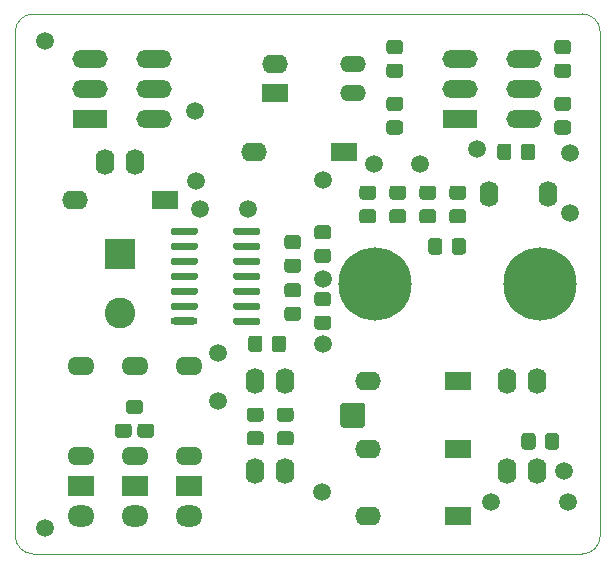
<source format=gbr>
%TF.GenerationSoftware,KiCad,Pcbnew,5.1.12-84ad8e8a86~92~ubuntu20.04.1*%
%TF.CreationDate,2022-07-02T20:29:17-03:00*%
%TF.ProjectId,ppl-01,70706c2d-3031-42e6-9b69-6361645f7063,01.1.1*%
%TF.SameCoordinates,Original*%
%TF.FileFunction,Soldermask,Bot*%
%TF.FilePolarity,Negative*%
%FSLAX46Y46*%
G04 Gerber Fmt 4.6, Leading zero omitted, Abs format (unit mm)*
G04 Created by KiCad (PCBNEW 5.1.12-84ad8e8a86~92~ubuntu20.04.1) date 2022-07-02 20:29:17*
%MOMM*%
%LPD*%
G01*
G04 APERTURE LIST*
%TA.AperFunction,Profile*%
%ADD10C,0.100000*%
%TD*%
%ADD11C,1.500000*%
%ADD12C,6.200000*%
%ADD13O,1.600000X2.200000*%
%ADD14O,2.200000X1.400000*%
%ADD15O,2.300000X1.800000*%
%ADD16R,2.300000X1.800000*%
%ADD17R,2.600000X2.600000*%
%ADD18C,2.600000*%
%ADD19O,3.000000X1.500000*%
%ADD20R,3.000000X1.500000*%
%ADD21O,2.300000X1.600000*%
%ADD22O,2.300000X0.600000*%
%ADD23R,2.200000X1.600000*%
%ADD24O,2.200000X1.600000*%
G04 APERTURE END LIST*
D10*
X173736000Y-72390000D02*
G75*
G02*
X175260000Y-73914000I0J-1524000D01*
G01*
X175260000Y-116586000D02*
G75*
G02*
X173736000Y-118110000I-1524000J0D01*
G01*
X175260000Y-116586000D02*
X175260000Y-73914000D01*
X125730000Y-73914000D02*
G75*
G02*
X127254000Y-72390000I1524000J0D01*
G01*
X127254000Y-118110000D02*
G75*
G02*
X125730000Y-116586000I0J1524000D01*
G01*
X125730000Y-116586000D02*
X125730000Y-73914000D01*
X173736000Y-118110000D02*
X127254000Y-118110000D01*
X127254000Y-72390000D02*
X173736000Y-72390000D01*
D11*
%TO.C,Guia2*%
X164846000Y-83820000D03*
%TD*%
%TO.C,Guia3*%
X128270000Y-115951000D03*
%TD*%
%TO.C,Guia1*%
X128270000Y-74676000D03*
%TD*%
%TO.C,Guia4*%
X172212000Y-111125000D03*
%TD*%
D12*
%TO.C,PP1*%
X156210000Y-95250000D03*
X170180000Y-95250000D03*
%TD*%
D13*
%TO.C,C2*%
X165862000Y-87630000D03*
X170862000Y-87630000D03*
%TD*%
%TO.C,C6*%
X146059000Y-103505000D03*
X148559000Y-103505000D03*
%TD*%
%TO.C,C3*%
X169866000Y-103505000D03*
X167366000Y-103505000D03*
%TD*%
%TO.C,C1*%
X133370000Y-84963000D03*
X135870000Y-84963000D03*
%TD*%
D14*
%TO.C,C7*%
X154305000Y-79121000D03*
X154305000Y-76621000D03*
%TD*%
D13*
%TO.C,C8*%
X146059000Y-111125000D03*
X148559000Y-111125000D03*
%TD*%
%TO.C,C5*%
X169866000Y-111125000D03*
X167366000Y-111125000D03*
%TD*%
D15*
%TO.C,D7*%
X131318000Y-114935000D03*
D16*
X131318000Y-112395000D03*
%TD*%
%TO.C,R3*%
G36*
G01*
X155124999Y-86935000D02*
X156025001Y-86935000D01*
G75*
G02*
X156275000Y-87184999I0J-249999D01*
G01*
X156275000Y-87885001D01*
G75*
G02*
X156025001Y-88135000I-249999J0D01*
G01*
X155124999Y-88135000D01*
G75*
G02*
X154875000Y-87885001I0J249999D01*
G01*
X154875000Y-87184999D01*
G75*
G02*
X155124999Y-86935000I249999J0D01*
G01*
G37*
G36*
G01*
X155124999Y-88935000D02*
X156025001Y-88935000D01*
G75*
G02*
X156275000Y-89184999I0J-249999D01*
G01*
X156275000Y-89885001D01*
G75*
G02*
X156025001Y-90135000I-249999J0D01*
G01*
X155124999Y-90135000D01*
G75*
G02*
X154875000Y-89885001I0J249999D01*
G01*
X154875000Y-89184999D01*
G75*
G02*
X155124999Y-88935000I249999J0D01*
G01*
G37*
%TD*%
%TO.C,R1*%
G36*
G01*
X149675001Y-98390000D02*
X148774999Y-98390000D01*
G75*
G02*
X148525000Y-98140001I0J249999D01*
G01*
X148525000Y-97439999D01*
G75*
G02*
X148774999Y-97190000I249999J0D01*
G01*
X149675001Y-97190000D01*
G75*
G02*
X149925000Y-97439999I0J-249999D01*
G01*
X149925000Y-98140001D01*
G75*
G02*
X149675001Y-98390000I-249999J0D01*
G01*
G37*
G36*
G01*
X149675001Y-96390000D02*
X148774999Y-96390000D01*
G75*
G02*
X148525000Y-96140001I0J249999D01*
G01*
X148525000Y-95439999D01*
G75*
G02*
X148774999Y-95190000I249999J0D01*
G01*
X149675001Y-95190000D01*
G75*
G02*
X149925000Y-95439999I0J-249999D01*
G01*
X149925000Y-96140001D01*
G75*
G02*
X149675001Y-96390000I-249999J0D01*
G01*
G37*
%TD*%
%TO.C,R5*%
G36*
G01*
X149675001Y-94310000D02*
X148774999Y-94310000D01*
G75*
G02*
X148525000Y-94060001I0J249999D01*
G01*
X148525000Y-93359999D01*
G75*
G02*
X148774999Y-93110000I249999J0D01*
G01*
X149675001Y-93110000D01*
G75*
G02*
X149925000Y-93359999I0J-249999D01*
G01*
X149925000Y-94060001D01*
G75*
G02*
X149675001Y-94310000I-249999J0D01*
G01*
G37*
G36*
G01*
X149675001Y-92310000D02*
X148774999Y-92310000D01*
G75*
G02*
X148525000Y-92060001I0J249999D01*
G01*
X148525000Y-91359999D01*
G75*
G02*
X148774999Y-91110000I249999J0D01*
G01*
X149675001Y-91110000D01*
G75*
G02*
X149925000Y-91359999I0J-249999D01*
G01*
X149925000Y-92060001D01*
G75*
G02*
X149675001Y-92310000I-249999J0D01*
G01*
G37*
%TD*%
D17*
%TO.C,J1*%
X134620000Y-92710000D03*
D18*
X134620000Y-97710000D03*
%TD*%
D19*
%TO.C,SW1*%
X137464800Y-81280000D03*
X137464800Y-78740000D03*
X137464800Y-76200000D03*
X132080000Y-76200000D03*
X132080000Y-78740000D03*
D20*
X132080000Y-81280000D03*
%TD*%
D21*
%TO.C,R16*%
X140462000Y-109855000D03*
X140462000Y-102235000D03*
%TD*%
%TO.C,R15*%
X131318000Y-109855000D03*
X131318000Y-102235000D03*
%TD*%
D19*
%TO.C,SW2*%
X168783000Y-81280000D03*
X168783000Y-78740000D03*
X168783000Y-76200000D03*
X163398200Y-76200000D03*
X163398200Y-78740000D03*
D20*
X163398200Y-81280000D03*
%TD*%
D22*
%TO.C,U1*%
X140030000Y-98425000D03*
G36*
G01*
X138880000Y-97305000D02*
X138880000Y-97005000D01*
G75*
G02*
X139030000Y-96855000I150000J0D01*
G01*
X141030000Y-96855000D01*
G75*
G02*
X141180000Y-97005000I0J-150000D01*
G01*
X141180000Y-97305000D01*
G75*
G02*
X141030000Y-97455000I-150000J0D01*
G01*
X139030000Y-97455000D01*
G75*
G02*
X138880000Y-97305000I0J150000D01*
G01*
G37*
G36*
G01*
X138880000Y-96035000D02*
X138880000Y-95735000D01*
G75*
G02*
X139030000Y-95585000I150000J0D01*
G01*
X141030000Y-95585000D01*
G75*
G02*
X141180000Y-95735000I0J-150000D01*
G01*
X141180000Y-96035000D01*
G75*
G02*
X141030000Y-96185000I-150000J0D01*
G01*
X139030000Y-96185000D01*
G75*
G02*
X138880000Y-96035000I0J150000D01*
G01*
G37*
G36*
G01*
X138880000Y-94765000D02*
X138880000Y-94465000D01*
G75*
G02*
X139030000Y-94315000I150000J0D01*
G01*
X141030000Y-94315000D01*
G75*
G02*
X141180000Y-94465000I0J-150000D01*
G01*
X141180000Y-94765000D01*
G75*
G02*
X141030000Y-94915000I-150000J0D01*
G01*
X139030000Y-94915000D01*
G75*
G02*
X138880000Y-94765000I0J150000D01*
G01*
G37*
G36*
G01*
X138880000Y-93495000D02*
X138880000Y-93195000D01*
G75*
G02*
X139030000Y-93045000I150000J0D01*
G01*
X141030000Y-93045000D01*
G75*
G02*
X141180000Y-93195000I0J-150000D01*
G01*
X141180000Y-93495000D01*
G75*
G02*
X141030000Y-93645000I-150000J0D01*
G01*
X139030000Y-93645000D01*
G75*
G02*
X138880000Y-93495000I0J150000D01*
G01*
G37*
G36*
G01*
X138880000Y-92225000D02*
X138880000Y-91925000D01*
G75*
G02*
X139030000Y-91775000I150000J0D01*
G01*
X141030000Y-91775000D01*
G75*
G02*
X141180000Y-91925000I0J-150000D01*
G01*
X141180000Y-92225000D01*
G75*
G02*
X141030000Y-92375000I-150000J0D01*
G01*
X139030000Y-92375000D01*
G75*
G02*
X138880000Y-92225000I0J150000D01*
G01*
G37*
G36*
G01*
X138880000Y-90955000D02*
X138880000Y-90655000D01*
G75*
G02*
X139030000Y-90505000I150000J0D01*
G01*
X141030000Y-90505000D01*
G75*
G02*
X141180000Y-90655000I0J-150000D01*
G01*
X141180000Y-90955000D01*
G75*
G02*
X141030000Y-91105000I-150000J0D01*
G01*
X139030000Y-91105000D01*
G75*
G02*
X138880000Y-90955000I0J150000D01*
G01*
G37*
G36*
G01*
X144180000Y-90955000D02*
X144180000Y-90655000D01*
G75*
G02*
X144330000Y-90505000I150000J0D01*
G01*
X146330000Y-90505000D01*
G75*
G02*
X146480000Y-90655000I0J-150000D01*
G01*
X146480000Y-90955000D01*
G75*
G02*
X146330000Y-91105000I-150000J0D01*
G01*
X144330000Y-91105000D01*
G75*
G02*
X144180000Y-90955000I0J150000D01*
G01*
G37*
G36*
G01*
X144180000Y-92225000D02*
X144180000Y-91925000D01*
G75*
G02*
X144330000Y-91775000I150000J0D01*
G01*
X146330000Y-91775000D01*
G75*
G02*
X146480000Y-91925000I0J-150000D01*
G01*
X146480000Y-92225000D01*
G75*
G02*
X146330000Y-92375000I-150000J0D01*
G01*
X144330000Y-92375000D01*
G75*
G02*
X144180000Y-92225000I0J150000D01*
G01*
G37*
G36*
G01*
X144180000Y-93495000D02*
X144180000Y-93195000D01*
G75*
G02*
X144330000Y-93045000I150000J0D01*
G01*
X146330000Y-93045000D01*
G75*
G02*
X146480000Y-93195000I0J-150000D01*
G01*
X146480000Y-93495000D01*
G75*
G02*
X146330000Y-93645000I-150000J0D01*
G01*
X144330000Y-93645000D01*
G75*
G02*
X144180000Y-93495000I0J150000D01*
G01*
G37*
G36*
G01*
X144180000Y-94765000D02*
X144180000Y-94465000D01*
G75*
G02*
X144330000Y-94315000I150000J0D01*
G01*
X146330000Y-94315000D01*
G75*
G02*
X146480000Y-94465000I0J-150000D01*
G01*
X146480000Y-94765000D01*
G75*
G02*
X146330000Y-94915000I-150000J0D01*
G01*
X144330000Y-94915000D01*
G75*
G02*
X144180000Y-94765000I0J150000D01*
G01*
G37*
G36*
G01*
X144180000Y-96035000D02*
X144180000Y-95735000D01*
G75*
G02*
X144330000Y-95585000I150000J0D01*
G01*
X146330000Y-95585000D01*
G75*
G02*
X146480000Y-95735000I0J-150000D01*
G01*
X146480000Y-96035000D01*
G75*
G02*
X146330000Y-96185000I-150000J0D01*
G01*
X144330000Y-96185000D01*
G75*
G02*
X144180000Y-96035000I0J150000D01*
G01*
G37*
G36*
G01*
X144180000Y-97305000D02*
X144180000Y-97005000D01*
G75*
G02*
X144330000Y-96855000I150000J0D01*
G01*
X146330000Y-96855000D01*
G75*
G02*
X146480000Y-97005000I0J-150000D01*
G01*
X146480000Y-97305000D01*
G75*
G02*
X146330000Y-97455000I-150000J0D01*
G01*
X144330000Y-97455000D01*
G75*
G02*
X144180000Y-97305000I0J150000D01*
G01*
G37*
G36*
G01*
X144180000Y-98575000D02*
X144180000Y-98275000D01*
G75*
G02*
X144330000Y-98125000I150000J0D01*
G01*
X146330000Y-98125000D01*
G75*
G02*
X146480000Y-98275000I0J-150000D01*
G01*
X146480000Y-98575000D01*
G75*
G02*
X146330000Y-98725000I-150000J0D01*
G01*
X144330000Y-98725000D01*
G75*
G02*
X144180000Y-98575000I0J150000D01*
G01*
G37*
%TD*%
%TO.C,TP1*%
G36*
G01*
X153255000Y-107175300D02*
X153255000Y-105575100D01*
G75*
G02*
X153504900Y-105325200I249900J0D01*
G01*
X155105100Y-105325200D01*
G75*
G02*
X155355000Y-105575100I0J-249900D01*
G01*
X155355000Y-107175300D01*
G75*
G02*
X155105100Y-107425200I-249900J0D01*
G01*
X153504900Y-107425200D01*
G75*
G02*
X153255000Y-107175300I0J249900D01*
G01*
G37*
%TD*%
%TO.C,R21*%
G36*
G01*
X172535001Y-77800000D02*
X171634999Y-77800000D01*
G75*
G02*
X171385000Y-77550001I0J249999D01*
G01*
X171385000Y-76849999D01*
G75*
G02*
X171634999Y-76600000I249999J0D01*
G01*
X172535001Y-76600000D01*
G75*
G02*
X172785000Y-76849999I0J-249999D01*
G01*
X172785000Y-77550001D01*
G75*
G02*
X172535001Y-77800000I-249999J0D01*
G01*
G37*
G36*
G01*
X172535001Y-75800000D02*
X171634999Y-75800000D01*
G75*
G02*
X171385000Y-75550001I0J249999D01*
G01*
X171385000Y-74849999D01*
G75*
G02*
X171634999Y-74600000I249999J0D01*
G01*
X172535001Y-74600000D01*
G75*
G02*
X172785000Y-74849999I0J-249999D01*
G01*
X172785000Y-75550001D01*
G75*
G02*
X172535001Y-75800000I-249999J0D01*
G01*
G37*
%TD*%
%TO.C,R20*%
G36*
G01*
X149040001Y-108931000D02*
X148139999Y-108931000D01*
G75*
G02*
X147890000Y-108681001I0J249999D01*
G01*
X147890000Y-107980999D01*
G75*
G02*
X148139999Y-107731000I249999J0D01*
G01*
X149040001Y-107731000D01*
G75*
G02*
X149290000Y-107980999I0J-249999D01*
G01*
X149290000Y-108681001D01*
G75*
G02*
X149040001Y-108931000I-249999J0D01*
G01*
G37*
G36*
G01*
X149040001Y-106931000D02*
X148139999Y-106931000D01*
G75*
G02*
X147890000Y-106681001I0J249999D01*
G01*
X147890000Y-105980999D01*
G75*
G02*
X148139999Y-105731000I249999J0D01*
G01*
X149040001Y-105731000D01*
G75*
G02*
X149290000Y-105980999I0J-249999D01*
G01*
X149290000Y-106681001D01*
G75*
G02*
X149040001Y-106931000I-249999J0D01*
G01*
G37*
%TD*%
%TO.C,R19*%
G36*
G01*
X172535001Y-82610000D02*
X171634999Y-82610000D01*
G75*
G02*
X171385000Y-82360001I0J249999D01*
G01*
X171385000Y-81659999D01*
G75*
G02*
X171634999Y-81410000I249999J0D01*
G01*
X172535001Y-81410000D01*
G75*
G02*
X172785000Y-81659999I0J-249999D01*
G01*
X172785000Y-82360001D01*
G75*
G02*
X172535001Y-82610000I-249999J0D01*
G01*
G37*
G36*
G01*
X172535001Y-80610000D02*
X171634999Y-80610000D01*
G75*
G02*
X171385000Y-80360001I0J249999D01*
G01*
X171385000Y-79659999D01*
G75*
G02*
X171634999Y-79410000I249999J0D01*
G01*
X172535001Y-79410000D01*
G75*
G02*
X172785000Y-79659999I0J-249999D01*
G01*
X172785000Y-80360001D01*
G75*
G02*
X172535001Y-80610000I-249999J0D01*
G01*
G37*
%TD*%
%TO.C,R18*%
G36*
G01*
X166545000Y-84524001D02*
X166545000Y-83623999D01*
G75*
G02*
X166794999Y-83374000I249999J0D01*
G01*
X167495001Y-83374000D01*
G75*
G02*
X167745000Y-83623999I0J-249999D01*
G01*
X167745000Y-84524001D01*
G75*
G02*
X167495001Y-84774000I-249999J0D01*
G01*
X166794999Y-84774000D01*
G75*
G02*
X166545000Y-84524001I0J249999D01*
G01*
G37*
G36*
G01*
X168545000Y-84524001D02*
X168545000Y-83623999D01*
G75*
G02*
X168794999Y-83374000I249999J0D01*
G01*
X169495001Y-83374000D01*
G75*
G02*
X169745000Y-83623999I0J-249999D01*
G01*
X169745000Y-84524001D01*
G75*
G02*
X169495001Y-84774000I-249999J0D01*
G01*
X168794999Y-84774000D01*
G75*
G02*
X168545000Y-84524001I0J249999D01*
G01*
G37*
%TD*%
%TO.C,R17*%
G36*
G01*
X158311001Y-75800000D02*
X157410999Y-75800000D01*
G75*
G02*
X157161000Y-75550001I0J249999D01*
G01*
X157161000Y-74849999D01*
G75*
G02*
X157410999Y-74600000I249999J0D01*
G01*
X158311001Y-74600000D01*
G75*
G02*
X158561000Y-74849999I0J-249999D01*
G01*
X158561000Y-75550001D01*
G75*
G02*
X158311001Y-75800000I-249999J0D01*
G01*
G37*
G36*
G01*
X158311001Y-77800000D02*
X157410999Y-77800000D01*
G75*
G02*
X157161000Y-77550001I0J249999D01*
G01*
X157161000Y-76849999D01*
G75*
G02*
X157410999Y-76600000I249999J0D01*
G01*
X158311001Y-76600000D01*
G75*
G02*
X158561000Y-76849999I0J-249999D01*
G01*
X158561000Y-77550001D01*
G75*
G02*
X158311001Y-77800000I-249999J0D01*
G01*
G37*
%TD*%
%TO.C,R14*%
G36*
G01*
X145599999Y-105731000D02*
X146500001Y-105731000D01*
G75*
G02*
X146750000Y-105980999I0J-249999D01*
G01*
X146750000Y-106681001D01*
G75*
G02*
X146500001Y-106931000I-249999J0D01*
G01*
X145599999Y-106931000D01*
G75*
G02*
X145350000Y-106681001I0J249999D01*
G01*
X145350000Y-105980999D01*
G75*
G02*
X145599999Y-105731000I249999J0D01*
G01*
G37*
G36*
G01*
X145599999Y-107731000D02*
X146500001Y-107731000D01*
G75*
G02*
X146750000Y-107980999I0J-249999D01*
G01*
X146750000Y-108681001D01*
G75*
G02*
X146500001Y-108931000I-249999J0D01*
G01*
X145599999Y-108931000D01*
G75*
G02*
X145350000Y-108681001I0J249999D01*
G01*
X145350000Y-107980999D01*
G75*
G02*
X145599999Y-107731000I249999J0D01*
G01*
G37*
%TD*%
%TO.C,R13*%
G36*
G01*
X158311001Y-80610000D02*
X157410999Y-80610000D01*
G75*
G02*
X157161000Y-80360001I0J249999D01*
G01*
X157161000Y-79659999D01*
G75*
G02*
X157410999Y-79410000I249999J0D01*
G01*
X158311001Y-79410000D01*
G75*
G02*
X158561000Y-79659999I0J-249999D01*
G01*
X158561000Y-80360001D01*
G75*
G02*
X158311001Y-80610000I-249999J0D01*
G01*
G37*
G36*
G01*
X158311001Y-82610000D02*
X157410999Y-82610000D01*
G75*
G02*
X157161000Y-82360001I0J249999D01*
G01*
X157161000Y-81659999D01*
G75*
G02*
X157410999Y-81410000I249999J0D01*
G01*
X158311001Y-81410000D01*
G75*
G02*
X158561000Y-81659999I0J-249999D01*
G01*
X158561000Y-82360001D01*
G75*
G02*
X158311001Y-82610000I-249999J0D01*
G01*
G37*
%TD*%
%TO.C,R12*%
G36*
G01*
X171780000Y-108134999D02*
X171780000Y-109035001D01*
G75*
G02*
X171530001Y-109285000I-249999J0D01*
G01*
X170829999Y-109285000D01*
G75*
G02*
X170580000Y-109035001I0J249999D01*
G01*
X170580000Y-108134999D01*
G75*
G02*
X170829999Y-107885000I249999J0D01*
G01*
X171530001Y-107885000D01*
G75*
G02*
X171780000Y-108134999I0J-249999D01*
G01*
G37*
G36*
G01*
X169780000Y-108134999D02*
X169780000Y-109035001D01*
G75*
G02*
X169530001Y-109285000I-249999J0D01*
G01*
X168829999Y-109285000D01*
G75*
G02*
X168580000Y-109035001I0J249999D01*
G01*
X168580000Y-108134999D01*
G75*
G02*
X168829999Y-107885000I249999J0D01*
G01*
X169530001Y-107885000D01*
G75*
G02*
X169780000Y-108134999I0J-249999D01*
G01*
G37*
%TD*%
D21*
%TO.C,R11*%
X135890000Y-102235000D03*
X135890000Y-109855000D03*
%TD*%
%TO.C,R10*%
G36*
G01*
X152215001Y-99136000D02*
X151314999Y-99136000D01*
G75*
G02*
X151065000Y-98886001I0J249999D01*
G01*
X151065000Y-98185999D01*
G75*
G02*
X151314999Y-97936000I249999J0D01*
G01*
X152215001Y-97936000D01*
G75*
G02*
X152465000Y-98185999I0J-249999D01*
G01*
X152465000Y-98886001D01*
G75*
G02*
X152215001Y-99136000I-249999J0D01*
G01*
G37*
G36*
G01*
X152215001Y-97136000D02*
X151314999Y-97136000D01*
G75*
G02*
X151065000Y-96886001I0J249999D01*
G01*
X151065000Y-96185999D01*
G75*
G02*
X151314999Y-95936000I249999J0D01*
G01*
X152215001Y-95936000D01*
G75*
G02*
X152465000Y-96185999I0J-249999D01*
G01*
X152465000Y-96886001D01*
G75*
G02*
X152215001Y-97136000I-249999J0D01*
G01*
G37*
%TD*%
%TO.C,R9*%
G36*
G01*
X160695000Y-92525001D02*
X160695000Y-91624999D01*
G75*
G02*
X160944999Y-91375000I249999J0D01*
G01*
X161645001Y-91375000D01*
G75*
G02*
X161895000Y-91624999I0J-249999D01*
G01*
X161895000Y-92525001D01*
G75*
G02*
X161645001Y-92775000I-249999J0D01*
G01*
X160944999Y-92775000D01*
G75*
G02*
X160695000Y-92525001I0J249999D01*
G01*
G37*
G36*
G01*
X162695000Y-92525001D02*
X162695000Y-91624999D01*
G75*
G02*
X162944999Y-91375000I249999J0D01*
G01*
X163645001Y-91375000D01*
G75*
G02*
X163895000Y-91624999I0J-249999D01*
G01*
X163895000Y-92525001D01*
G75*
G02*
X163645001Y-92775000I-249999J0D01*
G01*
X162944999Y-92775000D01*
G75*
G02*
X162695000Y-92525001I0J249999D01*
G01*
G37*
%TD*%
%TO.C,R8*%
G36*
G01*
X158565001Y-90135000D02*
X157664999Y-90135000D01*
G75*
G02*
X157415000Y-89885001I0J249999D01*
G01*
X157415000Y-89184999D01*
G75*
G02*
X157664999Y-88935000I249999J0D01*
G01*
X158565001Y-88935000D01*
G75*
G02*
X158815000Y-89184999I0J-249999D01*
G01*
X158815000Y-89885001D01*
G75*
G02*
X158565001Y-90135000I-249999J0D01*
G01*
G37*
G36*
G01*
X158565001Y-88135000D02*
X157664999Y-88135000D01*
G75*
G02*
X157415000Y-87885001I0J249999D01*
G01*
X157415000Y-87184999D01*
G75*
G02*
X157664999Y-86935000I249999J0D01*
G01*
X158565001Y-86935000D01*
G75*
G02*
X158815000Y-87184999I0J-249999D01*
G01*
X158815000Y-87885001D01*
G75*
G02*
X158565001Y-88135000I-249999J0D01*
G01*
G37*
%TD*%
%TO.C,R7*%
G36*
G01*
X160204999Y-86935000D02*
X161105001Y-86935000D01*
G75*
G02*
X161355000Y-87184999I0J-249999D01*
G01*
X161355000Y-87885001D01*
G75*
G02*
X161105001Y-88135000I-249999J0D01*
G01*
X160204999Y-88135000D01*
G75*
G02*
X159955000Y-87885001I0J249999D01*
G01*
X159955000Y-87184999D01*
G75*
G02*
X160204999Y-86935000I249999J0D01*
G01*
G37*
G36*
G01*
X160204999Y-88935000D02*
X161105001Y-88935000D01*
G75*
G02*
X161355000Y-89184999I0J-249999D01*
G01*
X161355000Y-89885001D01*
G75*
G02*
X161105001Y-90135000I-249999J0D01*
G01*
X160204999Y-90135000D01*
G75*
G02*
X159955000Y-89885001I0J249999D01*
G01*
X159955000Y-89184999D01*
G75*
G02*
X160204999Y-88935000I249999J0D01*
G01*
G37*
%TD*%
%TO.C,R6*%
G36*
G01*
X151314999Y-90285000D02*
X152215001Y-90285000D01*
G75*
G02*
X152465000Y-90534999I0J-249999D01*
G01*
X152465000Y-91235001D01*
G75*
G02*
X152215001Y-91485000I-249999J0D01*
G01*
X151314999Y-91485000D01*
G75*
G02*
X151065000Y-91235001I0J249999D01*
G01*
X151065000Y-90534999D01*
G75*
G02*
X151314999Y-90285000I249999J0D01*
G01*
G37*
G36*
G01*
X151314999Y-92285000D02*
X152215001Y-92285000D01*
G75*
G02*
X152465000Y-92534999I0J-249999D01*
G01*
X152465000Y-93235001D01*
G75*
G02*
X152215001Y-93485000I-249999J0D01*
G01*
X151314999Y-93485000D01*
G75*
G02*
X151065000Y-93235001I0J249999D01*
G01*
X151065000Y-92534999D01*
G75*
G02*
X151314999Y-92285000I249999J0D01*
G01*
G37*
%TD*%
%TO.C,R4*%
G36*
G01*
X148655000Y-99879999D02*
X148655000Y-100780001D01*
G75*
G02*
X148405001Y-101030000I-249999J0D01*
G01*
X147704999Y-101030000D01*
G75*
G02*
X147455000Y-100780001I0J249999D01*
G01*
X147455000Y-99879999D01*
G75*
G02*
X147704999Y-99630000I249999J0D01*
G01*
X148405001Y-99630000D01*
G75*
G02*
X148655000Y-99879999I0J-249999D01*
G01*
G37*
G36*
G01*
X146655000Y-99879999D02*
X146655000Y-100780001D01*
G75*
G02*
X146405001Y-101030000I-249999J0D01*
G01*
X145704999Y-101030000D01*
G75*
G02*
X145455000Y-100780001I0J249999D01*
G01*
X145455000Y-99879999D01*
G75*
G02*
X145704999Y-99630000I249999J0D01*
G01*
X146405001Y-99630000D01*
G75*
G02*
X146655000Y-99879999I0J-249999D01*
G01*
G37*
%TD*%
%TO.C,R2*%
G36*
G01*
X162744999Y-86935000D02*
X163645001Y-86935000D01*
G75*
G02*
X163895000Y-87184999I0J-249999D01*
G01*
X163895000Y-87885001D01*
G75*
G02*
X163645001Y-88135000I-249999J0D01*
G01*
X162744999Y-88135000D01*
G75*
G02*
X162495000Y-87885001I0J249999D01*
G01*
X162495000Y-87184999D01*
G75*
G02*
X162744999Y-86935000I249999J0D01*
G01*
G37*
G36*
G01*
X162744999Y-88935000D02*
X163645001Y-88935000D01*
G75*
G02*
X163895000Y-89184999I0J-249999D01*
G01*
X163895000Y-89885001D01*
G75*
G02*
X163645001Y-90135000I-249999J0D01*
G01*
X162744999Y-90135000D01*
G75*
G02*
X162495000Y-89885001I0J249999D01*
G01*
X162495000Y-89184999D01*
G75*
G02*
X162744999Y-88935000I249999J0D01*
G01*
G37*
%TD*%
%TO.C,Q1*%
G36*
G01*
X137229001Y-108280000D02*
X136328999Y-108280000D01*
G75*
G02*
X136079000Y-108030001I0J249999D01*
G01*
X136079000Y-107329999D01*
G75*
G02*
X136328999Y-107080000I249999J0D01*
G01*
X137229001Y-107080000D01*
G75*
G02*
X137479000Y-107329999I0J-249999D01*
G01*
X137479000Y-108030001D01*
G75*
G02*
X137229001Y-108280000I-249999J0D01*
G01*
G37*
G36*
G01*
X135329001Y-108280000D02*
X134428999Y-108280000D01*
G75*
G02*
X134179000Y-108030001I0J249999D01*
G01*
X134179000Y-107329999D01*
G75*
G02*
X134428999Y-107080000I249999J0D01*
G01*
X135329001Y-107080000D01*
G75*
G02*
X135579000Y-107329999I0J-249999D01*
G01*
X135579000Y-108030001D01*
G75*
G02*
X135329001Y-108280000I-249999J0D01*
G01*
G37*
G36*
G01*
X136279001Y-106280000D02*
X135378999Y-106280000D01*
G75*
G02*
X135129000Y-106030001I0J249999D01*
G01*
X135129000Y-105329999D01*
G75*
G02*
X135378999Y-105080000I249999J0D01*
G01*
X136279001Y-105080000D01*
G75*
G02*
X136529000Y-105329999I0J-249999D01*
G01*
X136529000Y-106030001D01*
G75*
G02*
X136279001Y-106280000I-249999J0D01*
G01*
G37*
%TD*%
D15*
%TO.C,D8*%
X140462000Y-114935000D03*
D16*
X140462000Y-112395000D03*
%TD*%
D23*
%TO.C,D6*%
X163195000Y-114935000D03*
D24*
X155575000Y-114935000D03*
%TD*%
D23*
%TO.C,D5*%
X163195000Y-109220000D03*
D24*
X155575000Y-109220000D03*
%TD*%
D16*
%TO.C,D4*%
X135890000Y-112395000D03*
D15*
X135890000Y-114935000D03*
%TD*%
D23*
%TO.C,D3*%
X153543000Y-84074000D03*
D24*
X145923000Y-84074000D03*
%TD*%
D23*
%TO.C,D2*%
X163195000Y-103505000D03*
D24*
X155575000Y-103505000D03*
%TD*%
D23*
%TO.C,D1*%
X138430000Y-88138000D03*
D24*
X130810000Y-88138000D03*
%TD*%
D23*
%TO.C,C4*%
X147701000Y-79121000D03*
D24*
X147701000Y-76621000D03*
%TD*%
D11*
X156083000Y-85090000D03*
X160020000Y-85090000D03*
X172720000Y-89281000D03*
X172515730Y-113707843D03*
X172720000Y-84201000D03*
X166031847Y-113707847D03*
X140995868Y-86505021D03*
X140970000Y-80645000D03*
X151765000Y-94869000D03*
X151765000Y-86487000D03*
X151765000Y-100304970D03*
X151706609Y-112834391D03*
X142875000Y-105200947D03*
X142875000Y-101092000D03*
X145415000Y-88900000D03*
X141351000Y-88900000D03*
M02*

</source>
